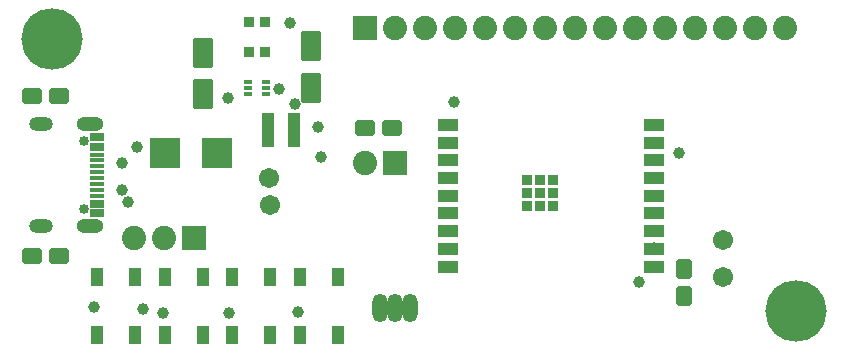
<source format=gbr>
%TF.GenerationSoftware,Altium Limited,Altium Designer,24.0.1 (36)*%
G04 Layer_Color=8388736*
%FSLAX45Y45*%
%MOMM*%
%TF.SameCoordinates,DDEBADB9-0EAF-4DA9-B7D3-1C4C0305AAAB*%
%TF.FilePolarity,Negative*%
%TF.FileFunction,Soldermask,Top*%
%TF.Part,Single*%
G01*
G75*
%TA.AperFunction,SMDPad,CuDef*%
G04:AMPARAMS|DCode=45|XSize=1.624mm|YSize=1.37mm|CornerRadius=0.14525mm|HoleSize=0mm|Usage=FLASHONLY|Rotation=180.000|XOffset=0mm|YOffset=0mm|HoleType=Round|Shape=RoundedRectangle|*
%AMROUNDEDRECTD45*
21,1,1.62400,1.07950,0,0,180.0*
21,1,1.33350,1.37000,0,0,180.0*
1,1,0.29050,-0.66675,0.53975*
1,1,0.29050,0.66675,0.53975*
1,1,0.29050,0.66675,-0.53975*
1,1,0.29050,-0.66675,-0.53975*
%
%ADD45ROUNDEDRECTD45*%
%TA.AperFunction,BGAPad,CuDef*%
%ADD46R,0.90320X0.90320*%
%TA.AperFunction,SMDPad,CuDef*%
%ADD47R,1.70320X1.10320*%
G04:AMPARAMS|DCode=48|XSize=1.624mm|YSize=1.37mm|CornerRadius=0.14525mm|HoleSize=0mm|Usage=FLASHONLY|Rotation=270.000|XOffset=0mm|YOffset=0mm|HoleType=Round|Shape=RoundedRectangle|*
%AMROUNDEDRECTD48*
21,1,1.62400,1.07950,0,0,270.0*
21,1,1.33350,1.37000,0,0,270.0*
1,1,0.29050,-0.53975,-0.66675*
1,1,0.29050,-0.53975,0.66675*
1,1,0.29050,0.53975,0.66675*
1,1,0.29050,0.53975,-0.66675*
%
%ADD48ROUNDEDRECTD48*%
G04:AMPARAMS|DCode=49|XSize=1.1mm|YSize=1.6mm|CornerRadius=0.125mm|HoleSize=0mm|Usage=FLASHONLY|Rotation=0.000|XOffset=0mm|YOffset=0mm|HoleType=Round|Shape=RoundedRectangle|*
%AMROUNDEDRECTD49*
21,1,1.10000,1.35000,0,0,0.0*
21,1,0.85000,1.60000,0,0,0.0*
1,1,0.25000,0.42500,-0.67500*
1,1,0.25000,-0.42500,-0.67500*
1,1,0.25000,-0.42500,0.67500*
1,1,0.25000,0.42500,0.67500*
%
%ADD49ROUNDEDRECTD49*%
%ADD50R,1.00320X2.90320*%
G04:AMPARAMS|DCode=51|XSize=0.76mm|YSize=0.41mm|CornerRadius=0.07325mm|HoleSize=0mm|Usage=FLASHONLY|Rotation=0.000|XOffset=0mm|YOffset=0mm|HoleType=Round|Shape=RoundedRectangle|*
%AMROUNDEDRECTD51*
21,1,0.76000,0.26350,0,0,0.0*
21,1,0.61350,0.41000,0,0,0.0*
1,1,0.14650,0.30675,-0.13175*
1,1,0.14650,-0.30675,-0.13175*
1,1,0.14650,-0.30675,0.13175*
1,1,0.14650,0.30675,0.13175*
%
%ADD51ROUNDEDRECTD51*%
G04:AMPARAMS|DCode=52|XSize=0.862mm|YSize=0.862mm|CornerRadius=0.0881mm|HoleSize=0mm|Usage=FLASHONLY|Rotation=0.000|XOffset=0mm|YOffset=0mm|HoleType=Round|Shape=RoundedRectangle|*
%AMROUNDEDRECTD52*
21,1,0.86200,0.68580,0,0,0.0*
21,1,0.68580,0.86200,0,0,0.0*
1,1,0.17620,0.34290,-0.34290*
1,1,0.17620,-0.34290,-0.34290*
1,1,0.17620,-0.34290,0.34290*
1,1,0.17620,0.34290,0.34290*
%
%ADD52ROUNDEDRECTD52*%
%ADD53R,2.60320X2.60320*%
G04:AMPARAMS|DCode=54|XSize=2.6mm|YSize=1.7mm|CornerRadius=0.17mm|HoleSize=0mm|Usage=FLASHONLY|Rotation=90.000|XOffset=0mm|YOffset=0mm|HoleType=Round|Shape=RoundedRectangle|*
%AMROUNDEDRECTD54*
21,1,2.60000,1.36000,0,0,90.0*
21,1,2.26000,1.70000,0,0,90.0*
1,1,0.34000,0.68000,1.13000*
1,1,0.34000,0.68000,-1.13000*
1,1,0.34000,-0.68000,-1.13000*
1,1,0.34000,-0.68000,1.13000*
%
%ADD54ROUNDEDRECTD54*%
%TA.AperFunction,ConnectorPad*%
%ADD55R,1.25000X0.40000*%
%ADD56R,1.25000X0.70000*%
%TA.AperFunction,ComponentPad*%
%ADD57C,2.05320*%
%ADD58R,2.05320X2.05320*%
%ADD59O,1.31320X2.42320*%
%ADD60C,0.85320*%
%ADD61O,2.30320X1.20320*%
%ADD62O,2.00320X1.20320*%
%ADD63C,5.20320*%
%TA.AperFunction,ViaPad*%
%ADD64C,1.70320*%
%ADD65C,1.00320*%
D45*
X3000000Y1900000D02*
D03*
X3228600D02*
D03*
X403860Y2166620D02*
D03*
X175260D02*
D03*
X406400Y812800D02*
D03*
X177800D02*
D03*
D46*
X4586000Y1456000D02*
D03*
X4476000D02*
D03*
X4366000D02*
D03*
Y1236000D02*
D03*
X4476000D02*
D03*
X4586000D02*
D03*
Y1346000D02*
D03*
X4366000D02*
D03*
X4476000D02*
D03*
D47*
X3697000Y726000D02*
D03*
Y876000D02*
D03*
Y1026000D02*
D03*
Y1176000D02*
D03*
Y1326000D02*
D03*
Y1476000D02*
D03*
Y1626000D02*
D03*
Y1776000D02*
D03*
Y1926000D02*
D03*
X5447000D02*
D03*
Y1776000D02*
D03*
Y1626000D02*
D03*
Y1476000D02*
D03*
Y1326000D02*
D03*
Y1176000D02*
D03*
Y1026000D02*
D03*
Y876000D02*
D03*
Y726000D02*
D03*
D48*
X5697220Y477520D02*
D03*
Y706120D02*
D03*
D49*
X1051500Y637880D02*
D03*
Y147880D02*
D03*
X731500Y637880D02*
D03*
Y147880D02*
D03*
X1874500D02*
D03*
Y637880D02*
D03*
X2194500Y147880D02*
D03*
Y637880D02*
D03*
X1623000D02*
D03*
Y147880D02*
D03*
X1303000Y637880D02*
D03*
Y147880D02*
D03*
X2446000D02*
D03*
Y637880D02*
D03*
X2766000Y147880D02*
D03*
Y637880D02*
D03*
D50*
X2176000Y1879600D02*
D03*
X2396000D02*
D03*
D51*
X2009300Y2285200D02*
D03*
Y2235200D02*
D03*
Y2185200D02*
D03*
X2156300D02*
D03*
Y2235200D02*
D03*
Y2285200D02*
D03*
D52*
X2012950Y2540000D02*
D03*
X2152650D02*
D03*
Y2794000D02*
D03*
X2012950D02*
D03*
D53*
X1740480Y1684020D02*
D03*
X1300480D02*
D03*
D54*
X2540000Y2240800D02*
D03*
Y2590800D02*
D03*
X1625600Y2534400D02*
D03*
Y2184400D02*
D03*
D55*
X725500Y1675000D02*
D03*
Y1625000D02*
D03*
Y1575000D02*
D03*
Y1325000D02*
D03*
Y1375000D02*
D03*
Y1425000D02*
D03*
Y1525000D02*
D03*
Y1475000D02*
D03*
D56*
Y1260000D02*
D03*
Y1740000D02*
D03*
Y1180000D02*
D03*
Y1820000D02*
D03*
D57*
X3000000Y1600000D02*
D03*
X6556000Y2750000D02*
D03*
X6302000D02*
D03*
X4778000D02*
D03*
X4524000D02*
D03*
X4270000D02*
D03*
X4016000D02*
D03*
X3254000D02*
D03*
X3508000D02*
D03*
X3762000D02*
D03*
X5032000D02*
D03*
X5286000D02*
D03*
X5540000D02*
D03*
X5794000D02*
D03*
X6048000D02*
D03*
X1041400Y965200D02*
D03*
X1295400D02*
D03*
D58*
X3254000Y1600000D02*
D03*
X3000000Y2750000D02*
D03*
X1549400Y965200D02*
D03*
D59*
X3124200Y378285D02*
D03*
X3251200D02*
D03*
X3378200D02*
D03*
D60*
X618000Y1789000D02*
D03*
Y1211000D02*
D03*
D61*
X668000Y1068000D02*
D03*
Y1932000D02*
D03*
D62*
X250000Y1068000D02*
D03*
Y1932000D02*
D03*
D63*
X350000Y2650000D02*
D03*
X6650000Y350000D02*
D03*
D64*
X2184400Y1473200D02*
D03*
X2195800Y1244600D02*
D03*
X6032500Y635000D02*
D03*
Y952500D02*
D03*
D65*
X939800Y1371600D02*
D03*
Y1600200D02*
D03*
X2364740Y2788920D02*
D03*
X2603500Y1905000D02*
D03*
X5654040Y1691640D02*
D03*
X1117600Y365760D02*
D03*
X703700Y386814D02*
D03*
X1287900Y336880D02*
D03*
X1740480Y1684020D02*
D03*
X1836420Y2153920D02*
D03*
X2268220Y2232660D02*
D03*
X5318760Y596900D02*
D03*
X2626360Y1656080D02*
D03*
X3695700Y876300D02*
D03*
X5445760Y881380D02*
D03*
X5447000Y1476000D02*
D03*
X990600Y1270000D02*
D03*
X3754120Y2120900D02*
D03*
X2430900Y342880D02*
D03*
X1846700Y336880D02*
D03*
X2405380Y2103120D02*
D03*
X1063280Y1734820D02*
D03*
%TF.MD5,932b02e7cffecb27e4773a994cee09a0*%
M02*

</source>
